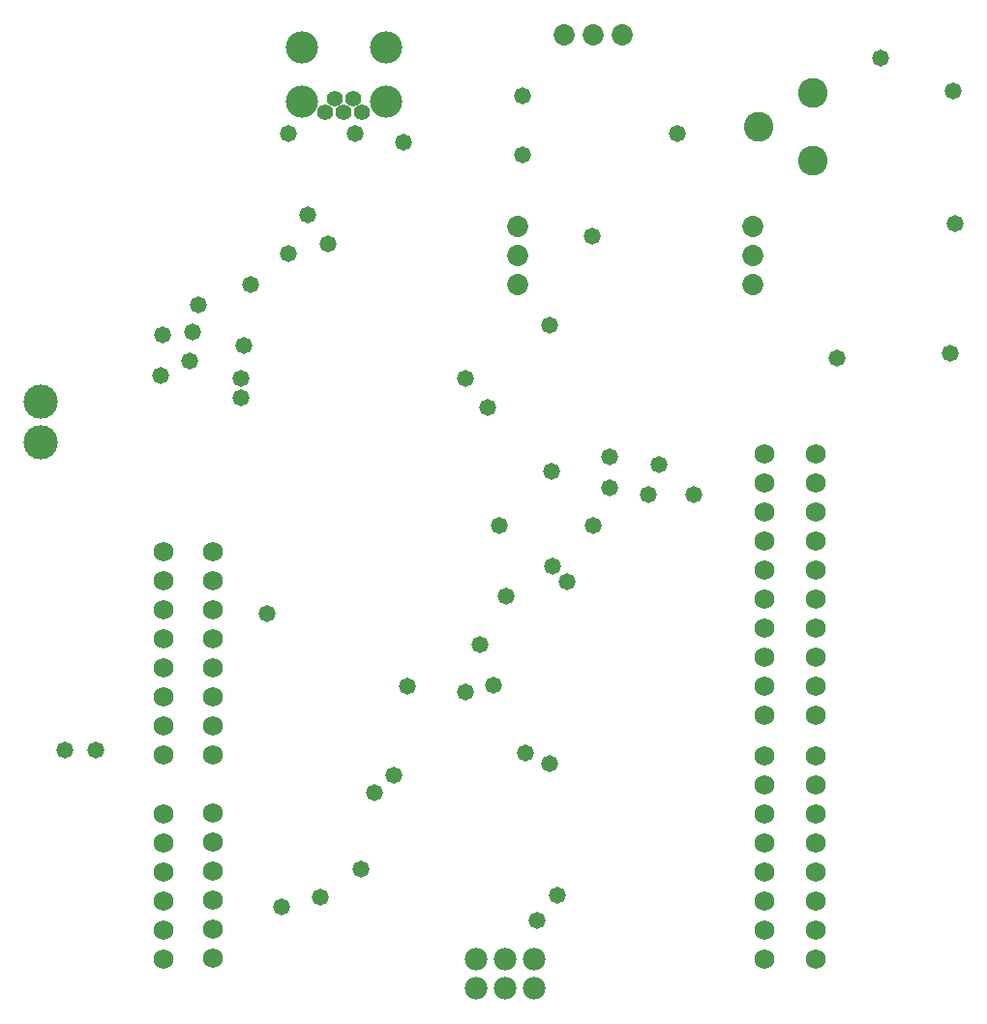
<source format=gbs>
G04*
G04 #@! TF.GenerationSoftware,Altium Limited,Altium Designer,19.1.7 (138)*
G04*
G04 Layer_Color=16711935*
%FSLAX25Y25*%
%MOIN*%
G70*
G01*
G75*
%ADD17C,0.00000*%
%ADD31C,0.06800*%
%ADD32C,0.07296*%
%ADD33C,0.07800*%
%ADD34C,0.11800*%
%ADD35C,0.10249*%
%ADD36C,0.11099*%
%ADD37O,0.11099X0.11099*%
%ADD38C,0.05556*%
%ADD39C,0.05800*%
D17*
X102291Y329760D02*
Y337240D01*
X105441D01*
Y329760D02*
Y337240D01*
X102291Y329760D02*
X105441D01*
X131425Y311059D02*
Y318539D01*
X134575D01*
Y311059D02*
Y318539D01*
X131425Y311059D02*
X134575D01*
X131425Y329760D02*
Y337240D01*
X134575D01*
Y329760D02*
Y337240D01*
X131425Y329760D02*
X134575D01*
X102291Y311059D02*
Y318539D01*
X105441D01*
Y311059D02*
Y318539D01*
X102291Y311059D02*
X105441D01*
D31*
X281000Y193500D02*
D03*
Y183500D02*
D03*
Y173500D02*
D03*
Y163500D02*
D03*
Y153500D02*
D03*
Y143500D02*
D03*
Y133500D02*
D03*
Y123500D02*
D03*
Y113500D02*
D03*
Y103500D02*
D03*
X263500D02*
D03*
Y113500D02*
D03*
Y123500D02*
D03*
Y133500D02*
D03*
Y143500D02*
D03*
Y153500D02*
D03*
Y163500D02*
D03*
Y173500D02*
D03*
Y183500D02*
D03*
Y193500D02*
D03*
X56500Y69500D02*
D03*
Y59500D02*
D03*
Y49500D02*
D03*
Y39500D02*
D03*
Y29500D02*
D03*
Y19500D02*
D03*
Y160000D02*
D03*
Y150000D02*
D03*
Y140000D02*
D03*
Y130000D02*
D03*
Y120000D02*
D03*
Y110000D02*
D03*
Y100000D02*
D03*
Y90000D02*
D03*
X73500D02*
D03*
Y100000D02*
D03*
Y110000D02*
D03*
Y120000D02*
D03*
Y130000D02*
D03*
Y140000D02*
D03*
Y150000D02*
D03*
Y160000D02*
D03*
X263500Y89500D02*
D03*
Y79500D02*
D03*
Y69500D02*
D03*
Y59500D02*
D03*
Y49500D02*
D03*
Y39500D02*
D03*
Y29500D02*
D03*
Y19500D02*
D03*
X73500Y70000D02*
D03*
Y60000D02*
D03*
Y50000D02*
D03*
Y40000D02*
D03*
Y30000D02*
D03*
Y20000D02*
D03*
X281000Y89500D02*
D03*
Y79500D02*
D03*
Y69500D02*
D03*
Y59500D02*
D03*
Y49500D02*
D03*
Y39500D02*
D03*
Y29500D02*
D03*
Y19500D02*
D03*
D32*
X178500Y272000D02*
D03*
Y262000D02*
D03*
Y252000D02*
D03*
X259500D02*
D03*
Y262000D02*
D03*
Y272000D02*
D03*
X214500Y338000D02*
D03*
X204500D02*
D03*
X194500D02*
D03*
D33*
X184000Y19500D02*
D03*
Y9500D02*
D03*
X174000Y19500D02*
D03*
Y9500D02*
D03*
X164000Y19500D02*
D03*
Y9500D02*
D03*
D34*
X14000Y197500D02*
D03*
Y211500D02*
D03*
D35*
X261496Y306221D02*
D03*
X280000Y318000D02*
D03*
Y294500D02*
D03*
D36*
X103866Y333500D02*
D03*
D37*
Y314799D02*
D03*
X133000D02*
D03*
Y333500D02*
D03*
D38*
X115284Y315980D02*
D03*
X121583D02*
D03*
X112134Y311256D02*
D03*
X118433D02*
D03*
X124732D02*
D03*
D39*
X328500Y318500D02*
D03*
X329000Y273000D02*
D03*
X327326Y228326D02*
D03*
X210000Y182000D02*
D03*
Y192500D02*
D03*
X227000Y190000D02*
D03*
X190000Y187500D02*
D03*
X223500Y179500D02*
D03*
X239000D02*
D03*
X168000Y209500D02*
D03*
X92000Y138500D02*
D03*
X288500Y226500D02*
D03*
X181000Y90500D02*
D03*
X190500Y155000D02*
D03*
X195500Y149500D02*
D03*
X189500Y87000D02*
D03*
X204500Y169000D02*
D03*
X172000D02*
D03*
X124500Y50500D02*
D03*
X97000Y37500D02*
D03*
X110500Y41000D02*
D03*
X135750Y82750D02*
D03*
X129000Y77000D02*
D03*
X22500Y91500D02*
D03*
X33000D02*
D03*
X185000Y33000D02*
D03*
X192000Y41500D02*
D03*
X140500Y113500D02*
D03*
X174500Y144500D02*
D03*
X160500Y219500D02*
D03*
X170000Y114000D02*
D03*
X165500Y128000D02*
D03*
X160500Y111500D02*
D03*
X66500Y235500D02*
D03*
X55500Y220500D02*
D03*
X84000Y231000D02*
D03*
X83000Y219500D02*
D03*
X82950Y213000D02*
D03*
X65500Y225500D02*
D03*
X99500Y262500D02*
D03*
X189500Y238000D02*
D03*
X113000Y266000D02*
D03*
X86500Y252000D02*
D03*
X56000Y234500D02*
D03*
X68500Y245000D02*
D03*
X139000Y301000D02*
D03*
X180000Y317000D02*
D03*
Y296500D02*
D03*
X106000Y276000D02*
D03*
X204000Y268500D02*
D03*
X303500Y330000D02*
D03*
X233500Y304000D02*
D03*
X99500D02*
D03*
X122500D02*
D03*
M02*

</source>
